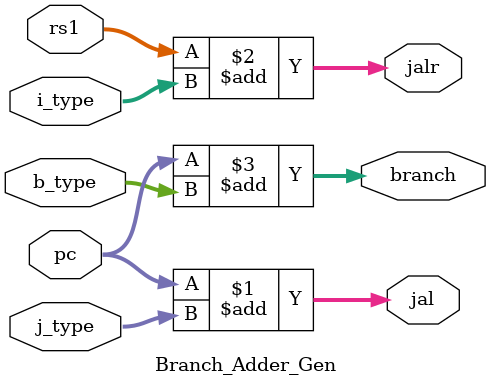
<source format=v>
`timescale 1ns / 1ps

module Branch_Adder_Gen(
    pc,
    j_type,
    b_type,
    i_type,
    rs1,
    jal,
    branch,
    jalr
    );
    
    parameter n = 32;
    
    input  [n-1:0] pc;
    input  [n-1:0] j_type;
    input  [n-1:0] b_type;
    input  [n-1:0] i_type;
    input  [n-1:0] rs1;
    output [n-1:0] jal;
    output [n-1:0] branch;
    output [n-1:0] jalr;
    
    assign jal    = pc + j_type;
    assign jalr   = rs1 + i_type;
    assign branch = pc + b_type;
    
endmodule

</source>
